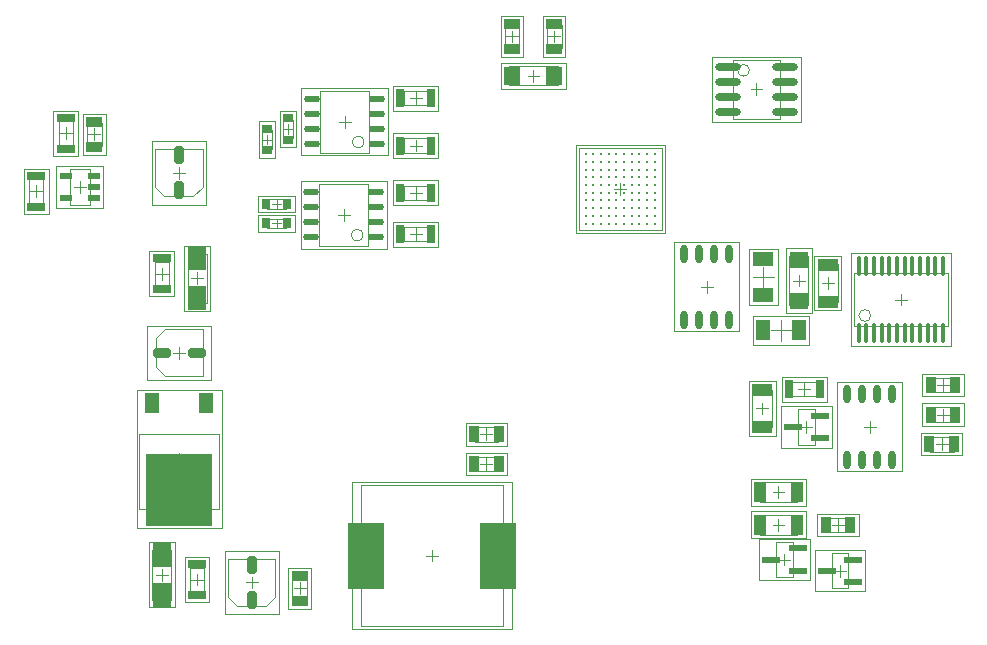
<source format=gtp>
G04 Layer_Color=8421504*
%FSLAX42Y42*%
%MOMM*%
G71*
G01*
G75*
%ADD10R,1.10X0.60*%
%ADD11O,0.60X1.55*%
%ADD12R,1.75X1.00*%
%ADD13R,0.90X1.40*%
%ADD14R,1.00X1.75*%
%ADD15O,1.35X0.55*%
G04:AMPARAMS|DCode=16|XSize=0.8mm|YSize=1.5mm|CornerRadius=0mm|HoleSize=0mm|Usage=FLASHONLY|Rotation=90.000|XOffset=0mm|YOffset=0mm|HoleType=Round|Shape=Octagon|*
%AMOCTAGOND16*
4,1,8,-0.75,-0.20,-0.75,0.20,-0.55,0.40,0.55,0.40,0.75,0.20,0.75,-0.20,0.55,-0.40,-0.55,-0.40,-0.75,-0.20,0.0*
%
%ADD16OCTAGOND16*%

G04:AMPARAMS|DCode=17|XSize=0.8mm|YSize=1.5mm|CornerRadius=0mm|HoleSize=0mm|Usage=FLASHONLY|Rotation=180.000|XOffset=0mm|YOffset=0mm|HoleType=Round|Shape=Octagon|*
%AMOCTAGOND17*
4,1,8,0.20,-0.75,-0.20,-0.75,-0.40,-0.55,-0.40,0.55,-0.20,0.75,0.20,0.75,0.40,0.55,0.40,-0.55,0.20,-0.75,0.0*
%
%ADD17OCTAGOND17*%

%ADD18R,1.65X2.00*%
%ADD19O,0.40X1.70*%
%ADD20C,0.29*%
%ADD21R,3.10X5.60*%
%ADD22R,1.55X0.70*%
%ADD23R,0.70X1.55*%
%ADD24R,1.80X1.15*%
%ADD25R,1.15X1.80*%
%ADD26R,1.40X0.90*%
%ADD27R,0.90X0.80*%
%ADD28R,0.80X0.90*%
%ADD29R,1.55X0.60*%
%ADD30R,5.55X6.10*%
%ADD31R,1.30X1.80*%
%ADD32O,2.20X0.60*%
%ADD33R,1.65X1.45*%
%ADD34R,1.45X1.65*%
%ADD36C,0.10*%
%ADD42C,0.05*%
D10*
X538Y3789D02*
D03*
Y3979D02*
D03*
X778D02*
D03*
Y3884D02*
D03*
Y3789D02*
D03*
D11*
X6154Y3316D02*
D03*
X6027D02*
D03*
X5900D02*
D03*
X5773D02*
D03*
X6154Y2761D02*
D03*
X6027D02*
D03*
X5900D02*
D03*
X5773D02*
D03*
X7534Y2131D02*
D03*
X7407D02*
D03*
X7280D02*
D03*
X7153D02*
D03*
X7534Y1576D02*
D03*
X7407D02*
D03*
X7280D02*
D03*
X7153D02*
D03*
D12*
X6434Y2164D02*
D03*
Y1854D02*
D03*
X6989Y3224D02*
D03*
Y2914D02*
D03*
D13*
X7860Y2207D02*
D03*
X8070D02*
D03*
X7860Y1957D02*
D03*
X8070D02*
D03*
X8060Y1706D02*
D03*
X7850D02*
D03*
X4204Y1540D02*
D03*
X3994D02*
D03*
X4204Y1790D02*
D03*
X3994D02*
D03*
X7181Y1021D02*
D03*
X6971D02*
D03*
D14*
X6418Y1301D02*
D03*
X6728D02*
D03*
Y1025D02*
D03*
X6418D02*
D03*
D15*
X3174Y4245D02*
D03*
Y4372D02*
D03*
Y4499D02*
D03*
Y4626D02*
D03*
X2624Y4245D02*
D03*
Y4372D02*
D03*
Y4499D02*
D03*
Y4626D02*
D03*
X3166Y3457D02*
D03*
Y3584D02*
D03*
Y3711D02*
D03*
Y3838D02*
D03*
X2616Y3457D02*
D03*
Y3584D02*
D03*
Y3711D02*
D03*
Y3838D02*
D03*
D16*
X1648Y2481D02*
D03*
X1352D02*
D03*
D17*
X2112Y684D02*
D03*
Y389D02*
D03*
X1496Y4154D02*
D03*
Y3859D02*
D03*
D18*
X1650Y2941D02*
D03*
Y3281D02*
D03*
X1350Y771D02*
D03*
Y431D02*
D03*
D19*
X7251Y2644D02*
D03*
X7316D02*
D03*
X7381D02*
D03*
X7446D02*
D03*
X7511D02*
D03*
X7576D02*
D03*
X7641D02*
D03*
X7706D02*
D03*
X7771D02*
D03*
X7836D02*
D03*
X7901D02*
D03*
X7966D02*
D03*
X7251Y3219D02*
D03*
X7316D02*
D03*
X7381D02*
D03*
X7446D02*
D03*
X7511D02*
D03*
X7576D02*
D03*
X7641D02*
D03*
X7706D02*
D03*
X7771D02*
D03*
X7836D02*
D03*
X7901D02*
D03*
X7966D02*
D03*
D20*
X4940Y4160D02*
D03*
X5005D02*
D03*
X5070D02*
D03*
X5135D02*
D03*
X5200D02*
D03*
X5265D02*
D03*
X5330D02*
D03*
X5395D02*
D03*
X5460D02*
D03*
X5525D02*
D03*
X4940Y4095D02*
D03*
X5005D02*
D03*
X5070D02*
D03*
X5135D02*
D03*
X5200D02*
D03*
X5265D02*
D03*
X5330D02*
D03*
X5395D02*
D03*
X5460D02*
D03*
X5525D02*
D03*
X4940Y4030D02*
D03*
X5005D02*
D03*
X5070D02*
D03*
X5135D02*
D03*
X5200D02*
D03*
X5265D02*
D03*
X5330D02*
D03*
X5395D02*
D03*
X5460D02*
D03*
X5525D02*
D03*
X4940Y3965D02*
D03*
X5005D02*
D03*
X5070D02*
D03*
X5135D02*
D03*
X5200D02*
D03*
X5265D02*
D03*
X5330D02*
D03*
X5395D02*
D03*
X5460D02*
D03*
X5525D02*
D03*
X4940Y3900D02*
D03*
X5005D02*
D03*
X5070D02*
D03*
X5135D02*
D03*
X5200D02*
D03*
X5265D02*
D03*
X5330D02*
D03*
X5395D02*
D03*
X5460D02*
D03*
X5525D02*
D03*
X4940Y3835D02*
D03*
X5005D02*
D03*
X5070D02*
D03*
X5135D02*
D03*
X5200D02*
D03*
X5265D02*
D03*
X5330D02*
D03*
X5395D02*
D03*
X5460D02*
D03*
X5525D02*
D03*
X4940Y3770D02*
D03*
X5005D02*
D03*
X5070D02*
D03*
X5135D02*
D03*
X5200D02*
D03*
X5265D02*
D03*
X5330D02*
D03*
X5395D02*
D03*
X5460D02*
D03*
X5525D02*
D03*
X4940Y3705D02*
D03*
X5005D02*
D03*
X5070D02*
D03*
X5135D02*
D03*
X5200D02*
D03*
X5265D02*
D03*
X5330D02*
D03*
X5395D02*
D03*
X5460D02*
D03*
X5525D02*
D03*
X4940Y3640D02*
D03*
X5005D02*
D03*
X5070D02*
D03*
X5135D02*
D03*
X5200D02*
D03*
X5265D02*
D03*
X5330D02*
D03*
X5395D02*
D03*
X5460D02*
D03*
X5525D02*
D03*
X4940Y3575D02*
D03*
X5005D02*
D03*
X5070D02*
D03*
X5135D02*
D03*
X5200D02*
D03*
X5265D02*
D03*
X5330D02*
D03*
X5395D02*
D03*
X5460D02*
D03*
X5525D02*
D03*
D21*
X3081Y764D02*
D03*
X4199D02*
D03*
D22*
X288Y3719D02*
D03*
Y3979D02*
D03*
X538Y4209D02*
D03*
Y4469D02*
D03*
X1350Y3021D02*
D03*
Y3281D02*
D03*
X1650Y431D02*
D03*
Y691D02*
D03*
D23*
X6921Y2171D02*
D03*
X6661D02*
D03*
X3633Y4635D02*
D03*
X3372D02*
D03*
X3633Y4235D02*
D03*
X3372D02*
D03*
X3633Y3835D02*
D03*
X3372D02*
D03*
X3633Y3485D02*
D03*
X3372D02*
D03*
D24*
X6445Y2971D02*
D03*
Y3271D02*
D03*
D25*
X6445Y2670D02*
D03*
X6745D02*
D03*
D26*
X2519Y383D02*
D03*
Y593D02*
D03*
X780Y4225D02*
D03*
Y4435D02*
D03*
X4317Y5054D02*
D03*
Y5264D02*
D03*
X4674Y5054D02*
D03*
Y5264D02*
D03*
D27*
X2421Y4285D02*
D03*
Y4465D02*
D03*
X2243Y4195D02*
D03*
Y4375D02*
D03*
D28*
X2234Y3739D02*
D03*
X2414D02*
D03*
X2234Y3576D02*
D03*
X2414D02*
D03*
D29*
X6510Y730D02*
D03*
X6735Y825D02*
D03*
Y635D02*
D03*
X6696Y1851D02*
D03*
X6921Y1946D02*
D03*
Y1756D02*
D03*
X6980Y635D02*
D03*
X7205Y730D02*
D03*
Y540D02*
D03*
D30*
X1500Y1316D02*
D03*
D31*
X1271Y2056D02*
D03*
X1729D02*
D03*
D32*
X6626Y4522D02*
D03*
Y4649D02*
D03*
Y4776D02*
D03*
Y4903D02*
D03*
X6146Y4522D02*
D03*
Y4649D02*
D03*
Y4776D02*
D03*
Y4903D02*
D03*
D33*
X6745Y3270D02*
D03*
Y2915D02*
D03*
D34*
X4675Y4827D02*
D03*
X4320D02*
D03*
D36*
X3064Y4265D02*
G03*
X3064Y4265I-50J0D01*
G01*
X3056Y3477D02*
G03*
X3056Y3477I-50J0D01*
G01*
X7354Y2796D02*
G03*
X7354Y2796I-50J0D01*
G01*
X6326Y4872D02*
G03*
X6326Y4872I-50J0D01*
G01*
X570Y4035D02*
X745D01*
X570Y3733D02*
X745D01*
X570D02*
Y4035D01*
X745Y3733D02*
Y4035D01*
X6519Y1849D02*
Y2169D01*
X6349Y1849D02*
Y2169D01*
X6519D01*
X6349Y1849D02*
X6519D01*
X7865Y2270D02*
X8065D01*
X7865Y2145D02*
X8065D01*
X7865D02*
Y2270D01*
X8065Y2145D02*
Y2270D01*
X7865Y2020D02*
X8065D01*
X7865Y1895D02*
X8065D01*
X7865D02*
Y2020D01*
X8065Y1895D02*
Y2020D01*
X7855Y1644D02*
X8055D01*
X7855Y1769D02*
X8055D01*
Y1644D02*
Y1769D01*
X7855Y1644D02*
Y1769D01*
X6412Y1386D02*
X6732D01*
X6412Y1216D02*
X6732D01*
X6412D02*
Y1386D01*
X6732Y1216D02*
Y1386D01*
X3104Y4176D02*
Y4696D01*
X2694Y4176D02*
Y4696D01*
Y4176D02*
X3104D01*
X2694Y4696D02*
X3104D01*
X3096Y3387D02*
Y3907D01*
X2686Y3387D02*
Y3907D01*
Y3387D02*
X3096D01*
X2686Y3907D02*
X3096D01*
X1300Y2361D02*
Y2606D01*
X1375Y2681D01*
X1700D01*
X1380Y2281D02*
X1700D01*
X1300Y2361D02*
X1380Y2281D01*
X1700D02*
Y2681D01*
X1988Y336D02*
X2233D01*
X1912Y411D02*
X1988Y336D01*
X1912Y411D02*
Y736D01*
X2312Y416D02*
Y736D01*
X2233Y336D02*
X2312Y416D01*
X1912Y736D02*
X2312D01*
X1371Y3806D02*
X1616D01*
X1296Y3881D02*
X1371Y3806D01*
X1296Y3881D02*
Y4206D01*
X1696Y3886D02*
Y4206D01*
X1616Y3806D02*
X1696Y3886D01*
X1296Y4206D02*
X1696D01*
X1570Y2901D02*
Y3321D01*
X1730Y2901D02*
Y3321D01*
X1570Y2901D02*
X1730D01*
X1570Y3321D02*
X1730D01*
X1430Y391D02*
Y811D01*
X1270Y391D02*
Y811D01*
X1430D01*
X1270Y391D02*
X1430D01*
X7214Y2706D02*
X8004D01*
X7214Y3156D02*
X8004D01*
X7214Y2706D02*
Y3156D01*
X8004Y2706D02*
Y3156D01*
X4883Y3517D02*
Y4217D01*
X5583Y3517D02*
Y4217D01*
X4883D02*
X5583D01*
X4883Y3517D02*
X5583D01*
X3040Y164D02*
Y1364D01*
X4240Y164D02*
Y1364D01*
X3040D02*
X4240D01*
X3040Y164D02*
X4240D01*
X7074Y2909D02*
Y3229D01*
X6904Y2909D02*
Y3229D01*
X7074D01*
X6904Y2909D02*
X7074D01*
X6412Y940D02*
X6732D01*
X6412Y1110D02*
X6732D01*
Y940D02*
Y1110D01*
X6412Y940D02*
Y1110D01*
X228Y3749D02*
Y3949D01*
X348Y3749D02*
Y3949D01*
X228Y3749D02*
X348D01*
X228Y3949D02*
X348D01*
X478Y4239D02*
Y4439D01*
X598Y4239D02*
Y4439D01*
X478Y4239D02*
X598D01*
X478Y4439D02*
X598D01*
X6691Y2111D02*
X6891D01*
X6691Y2231D02*
X6891D01*
Y2111D02*
Y2231D01*
X6691Y2111D02*
Y2231D01*
X3403Y4575D02*
X3603D01*
X3403Y4695D02*
X3603D01*
Y4575D02*
Y4695D01*
X3403Y4575D02*
Y4695D01*
Y4175D02*
X3603D01*
X3403Y4295D02*
X3603D01*
Y4175D02*
Y4295D01*
X3403Y4175D02*
Y4295D01*
Y3775D02*
X3603D01*
X3403Y3895D02*
X3603D01*
Y3775D02*
Y3895D01*
X3403Y3775D02*
Y3895D01*
Y3425D02*
X3603D01*
X3403Y3545D02*
X3603D01*
Y3425D02*
Y3545D01*
X3403Y3425D02*
Y3545D01*
X1290Y3051D02*
Y3251D01*
X1410Y3051D02*
Y3251D01*
X1290Y3051D02*
X1410D01*
X1290Y3251D02*
X1410D01*
X1590Y461D02*
Y661D01*
X1710Y461D02*
Y661D01*
X1590Y461D02*
X1710D01*
X1590Y661D02*
X1710D01*
X2456Y388D02*
Y588D01*
X2581Y388D02*
Y588D01*
X2456Y388D02*
X2581D01*
X2456Y588D02*
X2581D01*
X3999Y1477D02*
X4199D01*
X3999Y1602D02*
X4199D01*
Y1477D02*
Y1602D01*
X3999Y1477D02*
Y1602D01*
Y1727D02*
X4199D01*
X3999Y1852D02*
X4199D01*
Y1727D02*
Y1852D01*
X3999Y1727D02*
Y1852D01*
X718Y4230D02*
Y4430D01*
X843Y4230D02*
Y4430D01*
X718Y4230D02*
X843D01*
X718Y4430D02*
X843D01*
X6976Y959D02*
X7176D01*
X6976Y1084D02*
X7176D01*
Y959D02*
Y1084D01*
X6976Y959D02*
Y1084D01*
X4254Y5059D02*
Y5259D01*
X4379Y5059D02*
Y5259D01*
X4254Y5059D02*
X4379D01*
X4254Y5259D02*
X4379D01*
X4612Y5059D02*
Y5259D01*
X4737Y5059D02*
Y5259D01*
X4612Y5059D02*
X4737D01*
X4612Y5259D02*
X4737D01*
X2381Y4295D02*
Y4455D01*
X2461Y4295D02*
Y4455D01*
X2381Y4295D02*
X2461D01*
X2381Y4455D02*
X2461D01*
X2203Y4205D02*
Y4365D01*
X2283Y4205D02*
Y4365D01*
X2203Y4205D02*
X2283D01*
X2203Y4365D02*
X2283D01*
X2244Y3779D02*
X2404D01*
X2244Y3699D02*
X2404D01*
X2244D02*
Y3779D01*
X2404Y3699D02*
Y3779D01*
X2244Y3616D02*
X2404D01*
X2244Y3536D02*
X2404D01*
X2244D02*
Y3616D01*
X2404Y3536D02*
Y3616D01*
X6553Y880D02*
X6693D01*
X6553Y580D02*
X6693D01*
X6553D02*
Y880D01*
X6693Y580D02*
Y880D01*
X6739Y2001D02*
X6879D01*
X6739Y1701D02*
X6879D01*
X6739D02*
Y2001D01*
X6879Y1701D02*
Y2001D01*
X7022Y785D02*
X7162D01*
X7022Y485D02*
X7162D01*
X7022D02*
Y785D01*
X7162Y485D02*
Y785D01*
X1162Y1156D02*
Y1791D01*
X1838Y1156D02*
Y1791D01*
X1162Y1156D02*
X1838D01*
X1162Y1791D02*
X1838D01*
X6186Y4462D02*
X6586D01*
X6186Y4962D02*
X6586D01*
Y4462D02*
Y4962D01*
X6186Y4462D02*
Y4962D01*
X6825Y2883D02*
Y3303D01*
X6665Y2883D02*
Y3303D01*
X6825D01*
X6665Y2883D02*
X6825D01*
X4288Y4747D02*
X4708D01*
X4288Y4907D02*
X4708D01*
Y4747D02*
Y4907D01*
X4288Y4747D02*
Y4907D01*
X657Y3834D02*
Y3934D01*
X607Y3884D02*
X707D01*
X5964Y2989D02*
Y3089D01*
X5914Y3039D02*
X6014D01*
X6384Y2009D02*
X6484D01*
X6434Y1959D02*
Y2059D01*
X7344Y1804D02*
Y1904D01*
X7294Y1854D02*
X7394D01*
X7965Y2157D02*
Y2257D01*
X7915Y2207D02*
X8015D01*
X7965Y1907D02*
Y2007D01*
X7915Y1957D02*
X8015D01*
X7955Y1656D02*
Y1756D01*
X7905Y1706D02*
X8005D01*
X6572Y1251D02*
Y1351D01*
X6522Y1301D02*
X6622D01*
X2849Y4435D02*
X2949D01*
X2899Y4385D02*
Y4485D01*
X2841Y3647D02*
X2941D01*
X2891Y3597D02*
Y3697D01*
X1500Y2431D02*
Y2531D01*
X1450Y2481D02*
X1550D01*
X2062Y536D02*
X2162D01*
X2112Y486D02*
Y586D01*
X1446Y4006D02*
X1546D01*
X1496Y3956D02*
Y4056D01*
X1600Y3111D02*
X1700D01*
X1650Y3061D02*
Y3161D01*
X1300Y601D02*
X1400D01*
X1350Y551D02*
Y651D01*
X7609Y2881D02*
Y2981D01*
X7559Y2931D02*
X7659D01*
X5183Y3867D02*
X5283D01*
X5233Y3817D02*
Y3917D01*
X3590Y764D02*
X3690D01*
X3640Y714D02*
Y814D01*
X6939Y3069D02*
X7039D01*
X6989Y3019D02*
Y3119D01*
X6572Y975D02*
Y1075D01*
X6522Y1025D02*
X6622D01*
X238Y3849D02*
X338D01*
X288Y3799D02*
Y3899D01*
X488Y4339D02*
X588D01*
X538Y4289D02*
Y4389D01*
X6791Y2121D02*
Y2221D01*
X6741Y2171D02*
X6841D01*
X3503Y4585D02*
Y4685D01*
X3453Y4635D02*
X3553D01*
X3503Y4185D02*
Y4285D01*
X3453Y4235D02*
X3553D01*
X3503Y3785D02*
Y3885D01*
X3453Y3835D02*
X3553D01*
X3503Y3435D02*
Y3535D01*
X3453Y3485D02*
X3553D01*
X1300Y3151D02*
X1400D01*
X1350Y3101D02*
Y3201D01*
X1600Y561D02*
X1700D01*
X1650Y511D02*
Y611D01*
X6325Y3361D02*
X6565D01*
X6325Y2881D02*
Y3361D01*
Y2881D02*
X6565D01*
Y3361D01*
X6355Y3121D02*
X6535D01*
X6445Y3031D02*
Y3211D01*
X6835Y2550D02*
Y2790D01*
X6355D02*
X6835D01*
X6355Y2550D02*
Y2790D01*
Y2550D02*
X6835D01*
X6595Y2580D02*
Y2760D01*
X6505Y2670D02*
X6685D01*
X2469Y488D02*
X2569D01*
X2519Y438D02*
Y538D01*
X4099Y1490D02*
Y1590D01*
X4049Y1540D02*
X4149D01*
X4099Y1740D02*
Y1840D01*
X4049Y1790D02*
X4149D01*
X730Y4330D02*
X830D01*
X780Y4280D02*
Y4380D01*
X7076Y971D02*
Y1071D01*
X7026Y1021D02*
X7126D01*
X4267Y5159D02*
X4367D01*
X4317Y5109D02*
Y5209D01*
X4624Y5159D02*
X4724D01*
X4674Y5109D02*
Y5209D01*
X2381Y4375D02*
X2461D01*
X2421Y4335D02*
Y4415D01*
X2203Y4285D02*
X2283D01*
X2243Y4245D02*
Y4325D01*
X2324Y3699D02*
Y3779D01*
X2284Y3739D02*
X2364D01*
X2324Y3536D02*
Y3616D01*
X2284Y3576D02*
X2364D01*
X6623Y680D02*
Y780D01*
X6573Y730D02*
X6673D01*
X6809Y1801D02*
Y1901D01*
X6759Y1851D02*
X6859D01*
X7093Y585D02*
Y685D01*
X7043Y635D02*
X7143D01*
X1450Y1581D02*
X1550D01*
X1500Y1531D02*
Y1631D01*
X6386Y4662D02*
Y4762D01*
X6336Y4712D02*
X6436D01*
X6695Y3092D02*
X6795D01*
X6745Y3042D02*
Y3142D01*
X4498Y4777D02*
Y4877D01*
X4448Y4827D02*
X4548D01*
D42*
X457Y4059D02*
X857D01*
X457Y3709D02*
X857D01*
X457D02*
Y4059D01*
X857Y3709D02*
Y4059D01*
X5689Y3416D02*
X6239D01*
X5689Y2661D02*
X6239D01*
Y3416D01*
X5689Y2661D02*
Y3416D01*
X6549Y1779D02*
Y2239D01*
X6319Y1779D02*
Y2239D01*
X6549D01*
X6319Y1779D02*
X6549D01*
X7069Y2231D02*
X7619D01*
X7069Y1476D02*
X7619D01*
Y2231D01*
X7069Y1476D02*
Y2231D01*
X7790Y2302D02*
X8140D01*
X7790Y2112D02*
X8140D01*
X7790D02*
Y2302D01*
X8140Y2112D02*
Y2302D01*
X7790Y2052D02*
X8140D01*
X7790Y1862D02*
X8140D01*
X7790D02*
Y2052D01*
X8140Y1862D02*
Y2052D01*
X7780Y1611D02*
X8130D01*
X7780Y1801D02*
X8130D01*
Y1611D02*
Y1801D01*
X7780Y1611D02*
Y1801D01*
X6342Y1416D02*
X6803D01*
X6342Y1186D02*
X6803D01*
X6342D02*
Y1416D01*
X6803Y1186D02*
Y1416D01*
X3264Y4151D02*
Y4721D01*
X2534Y4151D02*
Y4721D01*
Y4151D02*
X3264D01*
X2534Y4721D02*
X3264D01*
X3256Y3362D02*
Y3932D01*
X2526Y3362D02*
Y3932D01*
Y3362D02*
X3256D01*
X2526Y3932D02*
X3256D01*
X1230Y2251D02*
X1770D01*
X1230Y2711D02*
X1770D01*
Y2251D02*
Y2711D01*
X1230Y2251D02*
Y2711D01*
X2342Y266D02*
Y806D01*
X1883Y266D02*
Y806D01*
X2342D01*
X1883Y266D02*
X2342D01*
X1726Y3736D02*
Y4276D01*
X1266Y3736D02*
Y4276D01*
X1726D01*
X1266Y3736D02*
X1726D01*
X1760Y2836D02*
Y3386D01*
X1540Y2836D02*
X1760D01*
X1540D02*
Y3386D01*
X1760D01*
X1240Y326D02*
Y876D01*
X1460D01*
Y326D02*
Y876D01*
X1240Y326D02*
X1460D01*
X7189Y2536D02*
X8029D01*
X7189Y3326D02*
X8029D01*
X7189Y2536D02*
Y3326D01*
X8029Y2536D02*
Y3326D01*
X4858Y3492D02*
Y4242D01*
X5608Y3492D02*
Y4242D01*
X4858D02*
X5608D01*
X4858Y3492D02*
X5608D01*
X2965Y139D02*
Y1389D01*
X4315Y139D02*
Y1389D01*
X2965D02*
X4315D01*
X2965Y139D02*
X4315D01*
X7104Y2839D02*
Y3299D01*
X6874Y2839D02*
Y3299D01*
X7104D01*
X6874Y2839D02*
X7104D01*
X6342Y910D02*
X6803D01*
X6342Y1140D02*
X6803D01*
Y910D02*
Y1140D01*
X6342Y910D02*
Y1140D01*
X183Y3659D02*
Y4039D01*
X393Y3659D02*
Y4039D01*
X183Y3659D02*
X393D01*
X183Y4039D02*
X393D01*
X433Y4149D02*
Y4529D01*
X643Y4149D02*
Y4529D01*
X433Y4149D02*
X643D01*
X433Y4529D02*
X643D01*
X6601Y2066D02*
X6981D01*
X6601Y2276D02*
X6981D01*
Y2066D02*
Y2276D01*
X6601Y2066D02*
Y2276D01*
X3312Y4530D02*
X3692D01*
X3312Y4740D02*
X3692D01*
Y4530D02*
Y4740D01*
X3312Y4530D02*
Y4740D01*
Y4130D02*
X3692D01*
X3312Y4340D02*
X3692D01*
Y4130D02*
Y4340D01*
X3312Y4130D02*
Y4340D01*
Y3730D02*
X3692D01*
X3312Y3940D02*
X3692D01*
Y3730D02*
Y3940D01*
X3312Y3730D02*
Y3940D01*
Y3380D02*
X3692D01*
X3312Y3590D02*
X3692D01*
Y3380D02*
Y3590D01*
X3312Y3380D02*
Y3590D01*
X1245Y2961D02*
Y3341D01*
X1455Y2961D02*
Y3341D01*
X1245Y2961D02*
X1455D01*
X1245Y3341D02*
X1455D01*
X1545Y371D02*
Y751D01*
X1755Y371D02*
Y751D01*
X1545Y371D02*
X1755D01*
X1545Y751D02*
X1755D01*
X2424Y312D02*
Y662D01*
X2614Y312D02*
Y662D01*
X2424Y312D02*
X2614D01*
X2424Y662D02*
X2614D01*
X3924Y1445D02*
X4274D01*
X3924Y1635D02*
X4274D01*
Y1445D02*
Y1635D01*
X3924Y1445D02*
Y1635D01*
Y1695D02*
X4274D01*
X3924Y1885D02*
X4274D01*
Y1695D02*
Y1885D01*
X3924Y1695D02*
Y1885D01*
X685Y4155D02*
Y4505D01*
X875Y4155D02*
Y4505D01*
X685Y4155D02*
X875D01*
X685Y4505D02*
X875D01*
X6901Y926D02*
X7251D01*
X6901Y1116D02*
X7251D01*
Y926D02*
Y1116D01*
X6901Y926D02*
Y1116D01*
X4222Y4984D02*
Y5334D01*
X4412Y4984D02*
Y5334D01*
X4222Y4984D02*
X4412D01*
X4222Y5334D02*
X4412D01*
X4579Y4984D02*
Y5334D01*
X4769Y4984D02*
Y5334D01*
X4579Y4984D02*
X4769D01*
X4579Y5334D02*
X4769D01*
X2351Y4220D02*
Y4530D01*
X2491Y4220D02*
Y4530D01*
X2351Y4220D02*
X2491D01*
X2351Y4530D02*
X2491D01*
X2173Y4130D02*
Y4440D01*
X2313Y4130D02*
Y4440D01*
X2173Y4130D02*
X2313D01*
X2173Y4440D02*
X2313D01*
X2169Y3809D02*
X2479D01*
X2169Y3669D02*
X2479D01*
X2169D02*
Y3809D01*
X2479Y3669D02*
Y3809D01*
X2169Y3646D02*
X2479D01*
X2169Y3506D02*
X2479D01*
X2169D02*
Y3646D01*
X2479Y3506D02*
Y3646D01*
X6408Y905D02*
X6838D01*
X6408Y555D02*
X6838D01*
X6408D02*
Y905D01*
X6838Y555D02*
Y905D01*
X6594Y2026D02*
X7024D01*
X6594Y1676D02*
X7024D01*
X6594D02*
Y2026D01*
X7024Y1676D02*
Y2026D01*
X6878Y810D02*
X7307D01*
X6878Y460D02*
X7307D01*
X6878D02*
Y810D01*
X7307Y460D02*
Y810D01*
X1138Y994D02*
Y2169D01*
X1862Y994D02*
Y2169D01*
X1138Y994D02*
X1862D01*
X1138Y2169D02*
X1862D01*
X6011Y4438D02*
X6761D01*
X6011Y4988D02*
X6761D01*
Y4438D02*
Y4988D01*
X6011Y4438D02*
Y4988D01*
X6635Y2817D02*
Y3367D01*
X6855D01*
Y2817D02*
Y3367D01*
X6635Y2817D02*
X6855D01*
X4223Y4937D02*
X4773D01*
Y4717D02*
Y4937D01*
X4223Y4717D02*
X4773D01*
X4223D02*
Y4937D01*
M02*

</source>
